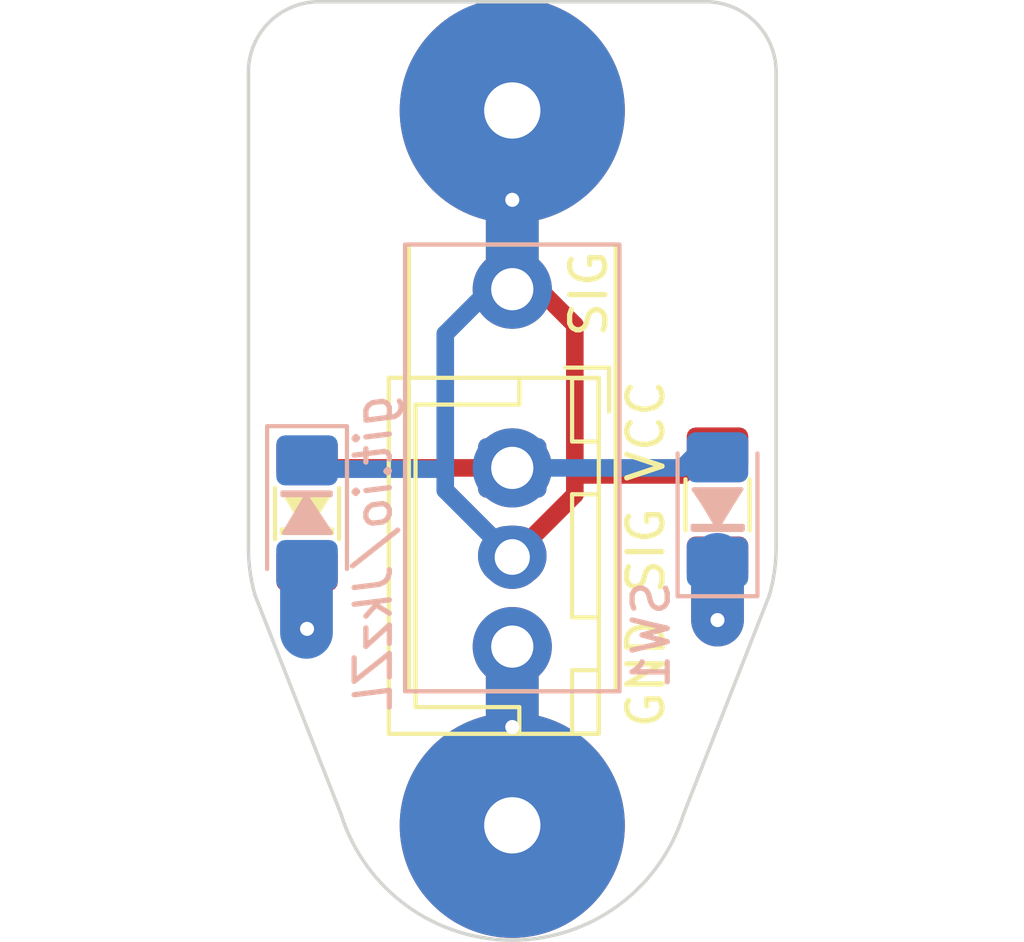
<source format=kicad_pcb>
(kicad_pcb (version 20171130) (host pcbnew "(5.1.7)-1")

  (general
    (thickness 1.6)
    (drawings 31)
    (tracks 41)
    (zones 0)
    (modules 12)
    (nets 6)
  )

  (page A4)
  (layers
    (0 F.Cu signal)
    (31 B.Cu signal hide)
    (32 B.Adhes user)
    (33 F.Adhes user)
    (34 B.Paste user)
    (35 F.Paste user)
    (36 B.SilkS user)
    (37 F.SilkS user)
    (38 B.Mask user)
    (39 F.Mask user)
    (40 Dwgs.User user)
    (41 Cmts.User user)
    (42 Eco1.User user)
    (43 Eco2.User user)
    (44 Edge.Cuts user)
    (45 Margin user)
    (46 B.CrtYd user)
    (47 F.CrtYd user)
    (48 B.Fab user)
    (49 F.Fab user)
  )

  (setup
    (last_trace_width 0.25)
    (user_trace_width 0.5)
    (user_trace_width 0.75)
    (user_trace_width 1.5)
    (trace_clearance 0.2)
    (zone_clearance 0.508)
    (zone_45_only no)
    (trace_min 0.2)
    (via_size 0.8)
    (via_drill 0.4)
    (via_min_size 0.4)
    (via_min_drill 0.3)
    (uvia_size 0.3)
    (uvia_drill 0.1)
    (uvias_allowed no)
    (uvia_min_size 0.2)
    (uvia_min_drill 0.1)
    (edge_width 0.05)
    (segment_width 0.2)
    (pcb_text_width 0.3)
    (pcb_text_size 1.5 1.5)
    (mod_edge_width 0.12)
    (mod_text_size 1 1)
    (mod_text_width 0.15)
    (pad_size 3.2 3.2)
    (pad_drill 3.2)
    (pad_to_mask_clearance 0)
    (aux_axis_origin 0 0)
    (visible_elements 7EFFFFFF)
    (pcbplotparams
      (layerselection 0x3ffff_ffffffff)
      (usegerberextensions false)
      (usegerberattributes true)
      (usegerberadvancedattributes true)
      (creategerberjobfile true)
      (excludeedgelayer true)
      (linewidth 0.100000)
      (plotframeref false)
      (viasonmask false)
      (mode 1)
      (useauxorigin false)
      (hpglpennumber 1)
      (hpglpenspeed 20)
      (hpglpendiameter 15.000000)
      (psnegative false)
      (psa4output false)
      (plotreference true)
      (plotvalue true)
      (plotinvisibletext false)
      (padsonsilk false)
      (subtractmaskfromsilk false)
      (outputformat 1)
      (mirror false)
      (drillshape 0)
      (scaleselection 1)
      (outputdirectory "gerbers/"))
  )

  (net 0 "")
  (net 1 VCC)
  (net 2 GND)
  (net 3 SIGNAL)
  (net 4 "Net-(D1-Pad2)")
  (net 5 "Net-(D2-Pad2)")

  (net_class Default "This is the default net class."
    (clearance 0.2)
    (trace_width 0.25)
    (via_dia 0.8)
    (via_drill 0.4)
    (uvia_dia 0.3)
    (uvia_drill 0.1)
    (add_net GND)
    (add_net "Net-(D1-Pad2)")
    (add_net "Net-(D2-Pad2)")
    (add_net SIGNAL)
    (add_net VCC)
  )

  (module MountingHole:MountingHole_3.2mm_M3 (layer F.Cu) (tedit 5FBD9499) (tstamp 5FBAB277)
    (at -5.08 -6.33)
    (descr "Mounting Hole 3.2mm, no annular, M3")
    (tags "mounting hole 3.2mm no annular m3")
    (attr virtual)
    (fp_text reference M31 (at 0 -4.2) (layer F.SilkS) hide
      (effects (font (size 1 1) (thickness 0.15)))
    )
    (fp_text value MountingHole_3.2mm_M3 (at 0 4.2) (layer F.Fab)
      (effects (font (size 1 1) (thickness 0.15)))
    )
    (fp_circle (center 0 0) (end 3.2 0) (layer Cmts.User) (width 0.15))
    (fp_circle (center 0 0) (end 3.45 0) (layer F.CrtYd) (width 0.05))
    (fp_text user %R (at 0.3 0) (layer F.Fab)
      (effects (font (size 1 1) (thickness 0.15)))
    )
    (pad "" np_thru_hole circle (at 0 0) (size 3.2 3.2) (drill 3.2) (layers *.Cu *.Mask))
  )

  (module mag-probe:D2F (layer F.Cu) (tedit 5FB88D0E) (tstamp 5FB7841C)
    (at 0 0 270)
    (path /5FC5A30B)
    (fp_text reference SW1 (at 4.75 -3.95 270) (layer B.SilkS)
      (effects (font (size 1 1) (thickness 0.15)) (justify mirror))
    )
    (fp_text value SW_Push_Open (at -2.54 -1.27 270) (layer F.Fab)
      (effects (font (size 1 1) (thickness 0.15)))
    )
    (fp_line (start 6.35 -2.94) (end -6.35 -2.94) (layer F.SilkS) (width 0.12))
    (fp_line (start 6.35 2.94) (end 6.35 -2.94) (layer F.SilkS) (width 0.12))
    (fp_line (start -6.35 2.94) (end 6.35 2.94) (layer F.SilkS) (width 0.12))
    (fp_line (start -6.35 -2.94) (end -6.35 2.94) (layer F.SilkS) (width 0.12))
    (pad 4 thru_hole circle (at 2.54 0 270) (size 1.8 1.8) (drill 1) (layers *.Cu *.Mask)
      (net 3 SIGNAL))
    (pad 3 thru_hole circle (at 0 0 270) (size 2.25 2.25) (drill 1.2) (layers *.Cu *.Mask)
      (net 1 VCC))
    (pad 2 thru_hole circle (at -5.08 0 270) (size 2.25 2.25) (drill 1.2) (layers *.Cu *.Mask)
      (net 3 SIGNAL))
    (pad 1 thru_hole circle (at 5.08 0 270) (size 2.25 2.25) (drill 1.2) (layers *.Cu *.Mask)
      (net 2 GND))
  )

  (module mag-probe:JST-XH (layer F.Cu) (tedit 5FB868AA) (tstamp 5FBB11C0)
    (at 0 0 270)
    (fp_text reference REF** (at 3.81 10.414 90) (layer F.SilkS) hide
      (effects (font (size 1 1) (thickness 0.15)))
    )
    (fp_text value JST-XH (at 2.275 -3.775 90) (layer F.Fab)
      (effects (font (size 1 1) (thickness 0.15)))
    )
    (fp_line (start 7.55 -0.2) (end 6.8 -0.2) (layer F.SilkS) (width 0.12))
    (fp_line (start 7.55 -1.7) (end 7.55 -2.45) (layer F.SilkS) (width 0.12))
    (fp_line (start 5.75 -1.7) (end 7.55 -1.7) (layer F.SilkS) (width 0.12))
    (fp_line (start 5.75 -2.45) (end 5.75 -1.7) (layer F.SilkS) (width 0.12))
    (fp_line (start 4.25 -1.7) (end 4.25 -2.45) (layer F.SilkS) (width 0.12))
    (fp_line (start -0.75 -1.7) (end -0.75 -2.45) (layer F.SilkS) (width 0.12))
    (fp_line (start 0.75 -1.7) (end 4.25 -1.7) (layer F.SilkS) (width 0.12))
    (fp_line (start -2.85 -2.75) (end -2.85 -1.5) (layer F.SilkS) (width 0.12))
    (fp_line (start -1.6 -2.75) (end -2.85 -2.75) (layer F.SilkS) (width 0.12))
    (fp_line (start 6.8 2.75) (end 2.5 2.75) (layer F.SilkS) (width 0.12))
    (fp_line (start 6.8 -0.2) (end 6.8 2.75) (layer F.SilkS) (width 0.12))
    (fp_line (start 2.5 2.75) (end -1.725 2.75) (layer F.SilkS) (width 0.12))
    (fp_line (start -1.8 -0.2) (end -1.8 2.75) (layer F.SilkS) (width 0.12))
    (fp_line (start -2.55 -0.2) (end -1.8 -0.2) (layer F.SilkS) (width 0.12))
    (fp_line (start 7.55 -2.45) (end 5.75 -2.45) (layer F.SilkS) (width 0.12))
    (fp_line (start -0.75 -2.45) (end -2.55 -2.45) (layer F.SilkS) (width 0.12))
    (fp_line (start -2.55 -1.7) (end -0.75 -1.7) (layer F.SilkS) (width 0.12))
    (fp_line (start -2.55 -2.45) (end -2.55 -1.7) (layer F.SilkS) (width 0.12))
    (fp_line (start 4.25 -2.45) (end 0.75 -2.45) (layer F.SilkS) (width 0.12))
    (fp_line (start 7.45 -2.35) (end -2.45 -2.35) (layer F.Fab) (width 0.1))
    (fp_line (start 7.56 -2.46) (end -2.56 -2.46) (layer F.SilkS) (width 0.12))
    (fp_line (start -2.45 3.4) (end 7.45 3.4) (layer F.Fab) (width 0.1))
    (fp_line (start -2.56 -2.46) (end -2.56 3.51) (layer F.SilkS) (width 0.12))
    (fp_line (start 7.45 3.4) (end 7.45 -2.35) (layer F.Fab) (width 0.1))
    (fp_line (start -2.95 -2.85) (end -2.95 3.9) (layer F.CrtYd) (width 0.05))
    (fp_line (start 7.56 3.51) (end 7.56 -2.46) (layer F.SilkS) (width 0.12))
    (fp_line (start 7.95 -2.85) (end -2.95 -2.85) (layer F.CrtYd) (width 0.05))
    (fp_line (start -0.625 -2.35) (end 0 -1.35) (layer F.Fab) (width 0.1))
    (fp_line (start -2.45 -2.35) (end -2.45 3.4) (layer F.Fab) (width 0.1))
    (fp_line (start -2.95 3.9) (end 7.95 3.9) (layer F.CrtYd) (width 0.05))
    (fp_line (start -2.56 3.51) (end 7.56 3.51) (layer F.SilkS) (width 0.12))
    (fp_line (start 0 -1.35) (end 0.625 -2.35) (layer F.Fab) (width 0.1))
    (fp_line (start 0.75 -2.45) (end 0.75 -1.7) (layer F.SilkS) (width 0.12))
    (fp_line (start 7.95 3.9) (end 7.95 -2.85) (layer F.CrtYd) (width 0.05))
    (pad 3 thru_hole oval (at 5 0 270) (size 1.7 1.95) (drill 0.95) (layers *.Cu *.Mask))
    (pad 1 thru_hole roundrect (at 0 0 270) (size 1.7 1.95) (drill 0.95) (layers *.Cu *.Mask) (roundrect_rratio 0.1470588235294118))
    (pad 2 thru_hole oval (at 2.5 0 270) (size 1.7 1.95) (drill 0.95) (layers *.Cu *.Mask))
    (model F:/git/PROBE-BOARD/CAD/JST-B3B-XH-A.step
      (offset (xyz 2.5 -0.5 0))
      (scale (xyz 1 1 1))
      (rotate (xyz 0 0 0))
    )
  )

  (module mag-probe:LED_1206_3216Metric_Pad1.42x1.75mm_HandSolder (layer B.Cu) (tedit 5FBCB3F2) (tstamp 5FB86127)
    (at 5.834 1.1875 90)
    (descr "LED SMD 1206 (3216 Metric), square (rectangular) end terminal, IPC_7351 nominal, (Body size source: http://www.tortai-tech.com/upload/download/2011102023233369053.pdf), generated with kicad-footprint-generator")
    (tags "LED handsolder")
    (path /5FBB7662)
    (attr smd)
    (fp_text reference D2 (at -0.6715 1.905 90) (layer B.SilkS) hide
      (effects (font (size 1 1) (thickness 0.15)) (justify mirror))
    )
    (fp_text value LED_Small (at 0 -1.65 90) (layer B.Fab)
      (effects (font (size 1 1) (thickness 0.15)) (justify mirror))
    )
    (fp_line (start 2.45 -1.12) (end -2.45 -1.12) (layer B.CrtYd) (width 0.05))
    (fp_line (start 2.45 1.12) (end 2.45 -1.12) (layer B.CrtYd) (width 0.05))
    (fp_line (start -2.45 1.12) (end 2.45 1.12) (layer B.CrtYd) (width 0.05))
    (fp_line (start -2.45 -1.12) (end -2.45 1.12) (layer B.CrtYd) (width 0.05))
    (fp_line (start -2.46 -1.135) (end 1.6 -1.135) (layer B.SilkS) (width 0.12))
    (fp_line (start -2.46 1.135) (end -2.46 -1.135) (layer B.SilkS) (width 0.12))
    (fp_line (start 1.6 1.135) (end -2.46 1.135) (layer B.SilkS) (width 0.12))
    (fp_line (start 1.6 -0.8) (end 1.6 0.8) (layer B.Fab) (width 0.1))
    (fp_line (start -1.6 -0.8) (end 1.6 -0.8) (layer B.Fab) (width 0.1))
    (fp_line (start -1.6 0.4) (end -1.6 -0.8) (layer B.Fab) (width 0.1))
    (fp_line (start -1.2 0.8) (end -1.6 0.4) (layer B.Fab) (width 0.1))
    (fp_line (start 1.6 0.8) (end -1.2 0.8) (layer B.Fab) (width 0.1))
    (fp_line (start 0.575 0.65) (end 0.575 -0.65) (layer B.SilkS) (width 0.12))
    (fp_line (start 0.575 -0.65) (end 0.575 -0.675) (layer B.SilkS) (width 0.12))
    (fp_line (start 0.575 -0.675) (end -0.475 0.025) (layer B.SilkS) (width 0.12))
    (fp_line (start -0.475 0.025) (end 0.575 0.65) (layer B.SilkS) (width 0.12))
    (fp_line (start -0.5 0.7) (end -0.5 -0.675) (layer B.SilkS) (width 0.12))
    (fp_poly (pts (xy 0.575 0.4) (xy 0.575 -0.675) (xy -0.425 0.05) (xy 0.575 0.625)) (layer B.SilkS) (width 0.1))
    (fp_line (start -0.575 0.7) (end -0.575 -0.675) (layer B.SilkS) (width 0.12))
    (fp_text user %R (at 0 0 90) (layer B.Fab)
      (effects (font (size 0.5 0.5) (thickness 0.08)) (justify mirror))
    )
    (pad 2 smd roundrect (at 1.4875 0 90) (size 1.425 1.75) (layers B.Cu B.Paste B.Mask) (roundrect_rratio 0.1754385964912281)
      (net 5 "Net-(D2-Pad2)"))
    (pad 1 smd roundrect (at -1.4875 0 90) (size 1.425 1.75) (layers B.Cu B.Paste B.Mask) (roundrect_rratio 0.1754385964912281)
      (net 3 SIGNAL))
    (model ${KISYS3DMOD}/LED_SMD.3dshapes/LED_1206_3216Metric.wrl
      (at (xyz 0 0 0))
      (scale (xyz 1 1 1))
      (rotate (xyz 0 0 0))
    )
  )

  (module mag-probe:LED_1206_3216Metric_Pad1.42x1.75mm_HandSolder (layer B.Cu) (tedit 5FBCB3F2) (tstamp 5FB860F1)
    (at -5.834 1.274 270)
    (descr "LED SMD 1206 (3216 Metric), square (rectangular) end terminal, IPC_7351 nominal, (Body size source: http://www.tortai-tech.com/upload/download/2011102023233369053.pdf), generated with kicad-footprint-generator")
    (tags "LED handsolder")
    (path /5FC4D33F)
    (attr smd)
    (fp_text reference D1 (at -3.2755 -0.0595) (layer B.SilkS) hide
      (effects (font (size 1 1) (thickness 0.15)) (justify mirror))
    )
    (fp_text value LED_Small (at 0 -1.65 270) (layer B.Fab)
      (effects (font (size 1 1) (thickness 0.15)) (justify mirror))
    )
    (fp_line (start 2.45 -1.12) (end -2.45 -1.12) (layer B.CrtYd) (width 0.05))
    (fp_line (start 2.45 1.12) (end 2.45 -1.12) (layer B.CrtYd) (width 0.05))
    (fp_line (start -2.45 1.12) (end 2.45 1.12) (layer B.CrtYd) (width 0.05))
    (fp_line (start -2.45 -1.12) (end -2.45 1.12) (layer B.CrtYd) (width 0.05))
    (fp_line (start -2.46 -1.135) (end 1.6 -1.135) (layer B.SilkS) (width 0.12))
    (fp_line (start -2.46 1.135) (end -2.46 -1.135) (layer B.SilkS) (width 0.12))
    (fp_line (start 1.6 1.135) (end -2.46 1.135) (layer B.SilkS) (width 0.12))
    (fp_line (start 1.6 -0.8) (end 1.6 0.8) (layer B.Fab) (width 0.1))
    (fp_line (start -1.6 -0.8) (end 1.6 -0.8) (layer B.Fab) (width 0.1))
    (fp_line (start -1.6 0.4) (end -1.6 -0.8) (layer B.Fab) (width 0.1))
    (fp_line (start -1.2 0.8) (end -1.6 0.4) (layer B.Fab) (width 0.1))
    (fp_line (start 1.6 0.8) (end -1.2 0.8) (layer B.Fab) (width 0.1))
    (fp_line (start 0.575 0.65) (end 0.575 -0.65) (layer B.SilkS) (width 0.12))
    (fp_line (start 0.575 -0.65) (end 0.575 -0.675) (layer B.SilkS) (width 0.12))
    (fp_line (start 0.575 -0.675) (end -0.475 0.025) (layer B.SilkS) (width 0.12))
    (fp_line (start -0.475 0.025) (end 0.575 0.65) (layer B.SilkS) (width 0.12))
    (fp_line (start -0.5 0.7) (end -0.5 -0.675) (layer B.SilkS) (width 0.12))
    (fp_poly (pts (xy 0.575 0.4) (xy 0.575 -0.675) (xy -0.425 0.05) (xy 0.575 0.625)) (layer B.SilkS) (width 0.1))
    (fp_line (start -0.575 0.7) (end -0.575 -0.675) (layer B.SilkS) (width 0.12))
    (fp_text user %R (at 0 0 270) (layer B.Fab)
      (effects (font (size 0.5 0.5) (thickness 0.08)) (justify mirror))
    )
    (pad 2 smd roundrect (at 1.4875 0 270) (size 1.425 1.75) (layers B.Cu B.Paste B.Mask) (roundrect_rratio 0.1754385964912281)
      (net 4 "Net-(D1-Pad2)"))
    (pad 1 smd roundrect (at -1.4875 0 270) (size 1.425 1.75) (layers B.Cu B.Paste B.Mask) (roundrect_rratio 0.1754385964912281)
      (net 3 SIGNAL))
  )

  (module mag-probe:M3Heatsrt (layer F.Cu) (tedit 5FBAB47A) (tstamp 5FBB10C4)
    (at -5.08 -6.33)
    (fp_text reference MeHtSrt1 (at 9.95 0.05) (layer Dwgs.User) hide
      (effects (font (size 1 1) (thickness 0.15)))
    )
    (fp_text value M3Heatsrt (at 0 -2.55) (layer F.Fab)
      (effects (font (size 1 1) (thickness 0.15)))
    )
    (fp_circle (center 0 0) (end 1.6 0) (layer Dwgs.User) (width 0.05))
    (model "F:/git/PROBE-BOARD/CAD/94459A130_BRASS HEAT-SET INSERT FOR PLASTIC.STEP"
      (offset (xyz 0 0 4.25))
      (scale (xyz 1 1 1))
      (rotate (xyz 90 0 0))
    )
    (model "F:/git/PROBE-BOARD/CAD/97763A811_BLACK-OXIDE 18-8 SS BUTTON-HEAD CAP SCREW.STEP"
      (offset (xyz 0 0 -3.5))
      (scale (xyz 1 1 1))
      (rotate (xyz 180 0 0))
    )
  )

  (module mag-probe:M3Heatsrt (layer F.Cu) (tedit 5FBAB47A) (tstamp 5FBB10AF)
    (at 5.08 -6.33)
    (fp_text reference ME2 (at 0.05 0.1) (layer Dwgs.User) hide
      (effects (font (size 1 1) (thickness 0.15)))
    )
    (fp_text value M3Heatsrt (at 0 -2.55) (layer F.Fab)
      (effects (font (size 1 1) (thickness 0.15)))
    )
    (fp_circle (center 0 0) (end 1.6 0) (layer Dwgs.User) (width 0.05))
    (model "F:/git/PROBE-BOARD/CAD/94459A130_BRASS HEAT-SET INSERT FOR PLASTIC.STEP"
      (offset (xyz 0 0 4.25))
      (scale (xyz 1 1 1))
      (rotate (xyz 90 0 0))
    )
    (model "F:/git/PROBE-BOARD/CAD/97763A811_BLACK-OXIDE 18-8 SS BUTTON-HEAD CAP SCREW.STEP"
      (offset (xyz 0 0 -3.5))
      (scale (xyz 1 1 1))
      (rotate (xyz 180 0 0))
    )
  )

  (module Resistor_SMD:R_1206_3216Metric_Pad1.30x1.75mm_HandSolder (layer F.Cu) (tedit 5F68FEEE) (tstamp 5FB8615B)
    (at -5.834 1.3 270)
    (descr "Resistor SMD 1206 (3216 Metric), square (rectangular) end terminal, IPC_7351 nominal with elongated pad for handsoldering. (Body size source: IPC-SM-782 page 72, https://www.pcb-3d.com/wordpress/wp-content/uploads/ipc-sm-782a_amendment_1_and_2.pdf), generated with kicad-footprint-generator")
    (tags "resistor handsolder")
    (path /5FC4D339)
    (attr smd)
    (fp_text reference R1 (at -0.325 1.916 270) (layer F.SilkS) hide
      (effects (font (size 1 1) (thickness 0.15)))
    )
    (fp_text value 1k (at 0 1.82 90) (layer F.Fab)
      (effects (font (size 1 1) (thickness 0.15)))
    )
    (fp_line (start 2.45 1.12) (end -2.45 1.12) (layer F.CrtYd) (width 0.05))
    (fp_line (start 2.45 -1.12) (end 2.45 1.12) (layer F.CrtYd) (width 0.05))
    (fp_line (start -2.45 -1.12) (end 2.45 -1.12) (layer F.CrtYd) (width 0.05))
    (fp_line (start -2.45 1.12) (end -2.45 -1.12) (layer F.CrtYd) (width 0.05))
    (fp_line (start -0.727064 0.91) (end 0.727064 0.91) (layer F.SilkS) (width 0.12))
    (fp_line (start -0.727064 -0.91) (end 0.727064 -0.91) (layer F.SilkS) (width 0.12))
    (fp_line (start 1.6 0.8) (end -1.6 0.8) (layer F.Fab) (width 0.1))
    (fp_line (start 1.6 -0.8) (end 1.6 0.8) (layer F.Fab) (width 0.1))
    (fp_line (start -1.6 -0.8) (end 1.6 -0.8) (layer F.Fab) (width 0.1))
    (fp_line (start -1.6 0.8) (end -1.6 -0.8) (layer F.Fab) (width 0.1))
    (fp_text user %R (at 0 0 90) (layer F.Fab)
      (effects (font (size 0.8 0.8) (thickness 0.12)))
    )
    (pad 2 smd roundrect (at 1.55 0 270) (size 1.3 1.75) (layers F.Cu F.Paste F.Mask) (roundrect_rratio 0.1923069230769231)
      (net 4 "Net-(D1-Pad2)"))
    (pad 1 smd roundrect (at -1.55 0 270) (size 1.3 1.75) (layers F.Cu F.Paste F.Mask) (roundrect_rratio 0.1923069230769231)
      (net 1 VCC))
  )

  (module Resistor_SMD:R_1206_3216Metric_Pad1.30x1.75mm_HandSolder (layer F.Cu) (tedit 5F68FEEE) (tstamp 5FB860BF)
    (at 5.834 1.05 90)
    (descr "Resistor SMD 1206 (3216 Metric), square (rectangular) end terminal, IPC_7351 nominal with elongated pad for handsoldering. (Body size source: IPC-SM-782 page 72, https://www.pcb-3d.com/wordpress/wp-content/uploads/ipc-sm-782a_amendment_1_and_2.pdf), generated with kicad-footprint-generator")
    (tags "resistor handsolder")
    (path /5FBB765C)
    (attr smd)
    (fp_text reference R2 (at -0.534 1.905 270) (layer F.SilkS) hide
      (effects (font (size 1 1) (thickness 0.15)))
    )
    (fp_text value 1k (at 0 1.43 270) (layer F.Fab)
      (effects (font (size 1 1) (thickness 0.15)))
    )
    (fp_line (start 2.45 1.12) (end -2.45 1.12) (layer F.CrtYd) (width 0.05))
    (fp_line (start 2.45 -1.12) (end 2.45 1.12) (layer F.CrtYd) (width 0.05))
    (fp_line (start -2.45 -1.12) (end 2.45 -1.12) (layer F.CrtYd) (width 0.05))
    (fp_line (start -2.45 1.12) (end -2.45 -1.12) (layer F.CrtYd) (width 0.05))
    (fp_line (start -0.727064 0.91) (end 0.727064 0.91) (layer F.SilkS) (width 0.12))
    (fp_line (start -0.727064 -0.91) (end 0.727064 -0.91) (layer F.SilkS) (width 0.12))
    (fp_line (start 1.6 0.8) (end -1.6 0.8) (layer F.Fab) (width 0.1))
    (fp_line (start 1.6 -0.8) (end 1.6 0.8) (layer F.Fab) (width 0.1))
    (fp_line (start -1.6 -0.8) (end 1.6 -0.8) (layer F.Fab) (width 0.1))
    (fp_line (start -1.6 0.8) (end -1.6 -0.8) (layer F.Fab) (width 0.1))
    (fp_text user %R (at 0 0 270) (layer F.Fab)
      (effects (font (size 0.4 0.4) (thickness 0.06)))
    )
    (pad 2 smd roundrect (at 1.55 0 90) (size 1.3 1.75) (layers F.Cu F.Paste F.Mask) (roundrect_rratio 0.1923069230769231)
      (net 5 "Net-(D2-Pad2)"))
    (pad 1 smd roundrect (at -1.55 0 90) (size 1.3 1.75) (layers F.Cu F.Paste F.Mask) (roundrect_rratio 0.1923069230769231)
      (net 1 VCC))
    (model ${KISYS3DMOD}/Resistor_SMD.3dshapes/R_1206_3216Metric.wrl
      (at (xyz 0 0 0))
      (scale (xyz 1 1 1))
      (rotate (xyz 0 0 0))
    )
  )

  (module MountingHole:MountingHole_3.2mm_M3 (layer F.Cu) (tedit 5FBD68B6) (tstamp 5FB8CA4C)
    (at 5.08 -6.33)
    (descr "Mounting Hole 3.2mm, no annular, M3")
    (tags "mounting hole 3.2mm no annular m3")
    (attr virtual)
    (fp_text reference REF** (at 0 -4.2) (layer F.SilkS) hide
      (effects (font (size 1 1) (thickness 0.15)))
    )
    (fp_text value MountingHole_3.2mm_M3 (at 0 4.2) (layer F.Fab)
      (effects (font (size 1 1) (thickness 0.15)))
    )
    (fp_circle (center 0 0) (end 3.2 0) (layer Cmts.User) (width 0.15))
    (fp_circle (center 0 0) (end 3.45 0) (layer F.CrtYd) (width 0.05))
    (fp_text user %R (at 0.3 0) (layer F.Fab)
      (effects (font (size 1 1) (thickness 0.15)))
    )
    (pad "" np_thru_hole circle (at 0.04 0) (size 3.2 3.2) (drill 3.2) (layers *.Cu *.Mask))
  )

  (module mag-probe:MagPad (layer B.Cu) (tedit 5FBD717D) (tstamp 5FB7716B)
    (at 0 10.16)
    (path /5FB9D8C4)
    (fp_text reference MAG2 (at 3.81 0.635 -90) (layer B.SilkS) hide
      (effects (font (size 1 1) (thickness 0.15)) (justify mirror))
    )
    (fp_text value Conn_01x01 (at 0 0.5) (layer B.Fab)
      (effects (font (size 1 1) (thickness 0.15)) (justify mirror))
    )
    (pad 1 thru_hole circle (at 0 0) (size 6.4 6.4) (drill 1.6) (layers *.Cu *.Mask)
      (net 2 GND))
    (model F:/git/mag-probe/mag.pretty.stp
      (at (xyz 0 0 0))
      (scale (xyz 1 1 1))
      (rotate (xyz 0 0 0))
    )
  )

  (module mag-probe:MagPad (layer B.Cu) (tedit 5FBD7165) (tstamp 5FB8D866)
    (at 0 -10.16)
    (path /5FB9D22E)
    (fp_text reference MAG1 (at 4.064 1.905 -90) (layer B.SilkS) hide
      (effects (font (size 1 1) (thickness 0.15)) (justify mirror))
    )
    (fp_text value Conn_01x01 (at 0 0.5) (layer B.Fab)
      (effects (font (size 1 1) (thickness 0.15)) (justify mirror))
    )
    (pad 1 thru_hole circle (at 0 0) (size 6.4 6.4) (drill 1.6) (layers *.Cu *.Mask)
      (net 3 SIGNAL))
    (model F:/git/mag-probe/mag.pretty.stp
      (at (xyz 0 0 0))
      (scale (xyz 1 1 1))
      (rotate (xyz 0 0 0))
    )
  )

  (gr_line (start -5.125 1.75) (end -5.125 1.85) (layer F.SilkS) (width 0.12) (tstamp 5FBD90A3))
  (gr_line (start -6.55 1.75) (end -5.125 1.75) (layer F.SilkS) (width 0.12) (tstamp 5FBD90A2))
  (gr_poly (pts (xy -6.5 0.7) (xy -5.15 0.7) (xy -5.85 1.8)) (layer F.SilkS) (width 0.1) (tstamp 5FBD90A1))
  (gr_line (start -5.125 1.85) (end -6.55 1.85) (layer F.SilkS) (width 0.12) (tstamp 5FBD90A0))
  (gr_line (start -6.55 1.85) (end -6.55 1.75) (layer F.SilkS) (width 0.12) (tstamp 5FBD909F))
  (gr_poly (pts (xy 5.175 0.6) (xy 6.525 0.6) (xy 5.825 1.7)) (layer B.SilkS) (width 0.1))
  (gr_line (start 6.55 1.65) (end 6.55 1.75) (layer B.SilkS) (width 0.12) (tstamp 5FBD905C))
  (gr_line (start 5.125 1.65) (end 6.55 1.65) (layer B.SilkS) (width 0.12))
  (gr_line (start 5.125 1.75) (end 5.125 1.65) (layer B.SilkS) (width 0.12))
  (gr_line (start 6.55 1.75) (end 5.125 1.75) (layer B.SilkS) (width 0.12))
  (gr_line (start 7.5 2.248852) (end 7.5 -11.250399) (layer Edge.Cuts) (width 0.1))
  (gr_line (start -2.93 6.34) (end -2.92 -6.37) (layer B.CrtYd) (width 0.05))
  (gr_line (start 2.94 6.34) (end -2.93 6.34) (layer B.CrtYd) (width 0.05))
  (gr_line (start 2.94 -6.34) (end 2.94 6.34) (layer B.CrtYd) (width 0.05))
  (gr_line (start -2.94 -6.37) (end 2.94 -6.34) (layer B.CrtYd) (width 0.05))
  (gr_arc (start 2.499999 2.248852) (end 7.312157 3.606476) (angle -15.75501346) (layer Edge.Cuts) (width 0.1))
  (gr_arc (start -5.499999 -11.250399) (end -5.499999 -13.250399) (angle -90) (layer Edge.Cuts) (width 0.1))
  (gr_arc (start -2.490343 2.261877) (end -7.5 2.248852) (angle -15.90398022) (layer Edge.Cuts) (width 0.1) (tstamp 5FB860A4))
  (gr_line (start -7.5 2.248852) (end -7.499999 -11.250399) (layer Edge.Cuts) (width 0.1))
  (gr_arc (start 5.5 -11.250399) (end 7.5 -11.250399) (angle -90) (layer Edge.Cuts) (width 0.1))
  (gr_line (start 5.5 -13.250399) (end -5.499999 -13.250399) (layer Edge.Cuts) (width 0.1))
  (gr_line (start 7.312157 3.606476) (end 4.86569 9.850488) (layer Edge.Cuts) (width 0.1))
  (gr_line (start -7.311811 3.622127) (end -4.86569 9.850487) (layer Edge.Cuts) (width 0.1))
  (gr_arc (start 0 8.3224) (end -4.86569 9.850487) (angle -145.1298326) (layer Edge.Cuts) (width 0.1))
  (gr_text git.io/JkzZL (at -3.95 2.4 90) (layer B.SilkS)
    (effects (font (size 1 1) (thickness 0.15) italic) (justify mirror))
  )
  (gr_text SIG (at 2.175 -4.95 90) (layer F.SilkS)
    (effects (font (size 1 1) (thickness 0.15)))
  )
  (gr_text "GND SIG VCC" (at 3.8 2.45 90) (layer F.SilkS)
    (effects (font (size 1 1) (thickness 0.15)))
  )
  (gr_line (start -3.048 6.35) (end -3.048 -6.35) (layer B.SilkS) (width 0.12) (tstamp 5FB7A204))
  (gr_line (start 3.048 6.35) (end -3.048 6.35) (layer B.SilkS) (width 0.12))
  (gr_line (start 3.048 -6.35) (end 3.048 6.35) (layer B.SilkS) (width 0.12))
  (gr_line (start -3.048 -6.35) (end 3.048 -6.35) (layer B.SilkS) (width 0.12))

  (segment (start 0 -0.254) (end 0 0) (width 0.5) (layer B.Cu) (net 1))
  (segment (start 0 0) (end -0.087 0) (width 0.5) (layer F.Cu) (net 1))
  (segment (start 4.826 0) (end 0 0) (width 0.5) (layer B.Cu) (net 1))
  (segment (start 0 0) (end -5.334 0) (width 0.5) (layer F.Cu) (net 1))
  (segment (start 5.326 -0.5) (end 4.826 0) (width 0.5) (layer B.Cu) (net 1))
  (segment (start 5.834 -0.5) (end 5.326 -0.5) (width 0.5) (layer B.Cu) (net 1))
  (segment (start 0 10.75) (end 0 5.08) (width 1.5) (layer B.Cu) (net 2) (status 30))
  (segment (start 0 5.08) (end 0 10.75) (width 1.5) (layer F.Cu) (net 2) (status 30))
  (via (at 0 7.366) (size 0.8) (drill 0.4) (layers F.Cu B.Cu) (net 2))
  (via (at 0 -7.62) (size 0.8) (drill 0.4) (layers F.Cu B.Cu) (net 3))
  (segment (start 0 -10.75) (end -1.188 -10.75) (width 0.5) (layer B.Cu) (net 3) (status 30))
  (segment (start 0 -10.75) (end 0 -5.08) (width 1.5) (layer B.Cu) (net 3) (status 30))
  (segment (start -0.508 -4.572) (end 0 -5.08) (width 0.5) (layer B.Cu) (net 3) (status 30))
  (segment (start 0 -10.75) (end 0 -5.08) (width 1.5) (layer F.Cu) (net 3) (status 30))
  (segment (start -0.254 2.54) (end 0 2.54) (width 0.5) (layer B.Cu) (net 3))
  (segment (start 0 -5.08) (end 0 -4.318) (width 0.5) (layer F.Cu) (net 3))
  (segment (start 0 2.54) (end 0 2.5895) (width 0.5) (layer F.Cu) (net 3))
  (segment (start -0.54 2.54) (end 0 2.54) (width 0.5) (layer B.Cu) (net 3))
  (segment (start -0.129 2.54) (end 0 2.54) (width 0.25) (layer B.Cu) (net 3))
  (segment (start 0 -5.08) (end 0.762 -5.08) (width 0.5) (layer F.Cu) (net 3) (status 30))
  (segment (start -0.508 -4.572) (end 0 -5.08) (width 0.5) (layer F.Cu) (net 3) (status 30))
  (segment (start 0 -5.08) (end -0.635 -5.08) (width 0.5) (layer B.Cu) (net 3))
  (segment (start -0.635 -5.08) (end -1.905 -3.81) (width 0.5) (layer B.Cu) (net 3))
  (segment (start -1.905 0.635) (end 0 2.54) (width 0.5) (layer B.Cu) (net 3))
  (segment (start 0.762 -5.08) (end 1.778 -4.064) (width 0.5) (layer F.Cu) (net 3))
  (segment (start 1.778 0.762) (end 0 2.54) (width 0.5) (layer F.Cu) (net 3))
  (segment (start 1.978 0.2) (end 1.778 0) (width 0.5) (layer F.Cu) (net 3))
  (segment (start 4.826 0.2) (end 1.978 0.2) (width 0.5) (layer F.Cu) (net 3))
  (segment (start 1.778 0) (end 1.778 0.762) (width 0.5) (layer F.Cu) (net 3))
  (segment (start 1.778 -4.064) (end 1.778 0) (width 0.5) (layer F.Cu) (net 3))
  (segment (start -1.9415 0.0365) (end -1.905 0) (width 0.5) (layer B.Cu) (net 3))
  (segment (start -5.334 0.0365) (end -1.9415 0.0365) (width 0.5) (layer B.Cu) (net 3))
  (segment (start -1.905 0) (end -1.905 0.635) (width 0.5) (layer B.Cu) (net 3))
  (segment (start -1.905 -3.81) (end -1.905 0) (width 0.5) (layer B.Cu) (net 3))
  (segment (start 5.326 -0.3) (end 4.826 0.2) (width 0.5) (layer F.Cu) (net 3))
  (segment (start 5.834 -0.3) (end 5.326 -0.3) (width 0.5) (layer F.Cu) (net 3))
  (via (at -5.834 4.576) (size 0.8) (drill 0.4) (layers F.Cu B.Cu) (net 4))
  (segment (start -5.85 2.8605) (end -5.85 4.675) (width 1.5) (layer B.Cu) (net 4))
  (via (at 5.834 4.326) (size 0.8) (drill 0.4) (layers F.Cu B.Cu) (net 5))
  (segment (start 5.834 2.6) (end 5.834 4.326) (width 1.5) (layer B.Cu) (net 5))
  (segment (start 5.834 2.675) (end 5.834 4.326) (width 1.5) (layer F.Cu) (net 5))

)

</source>
